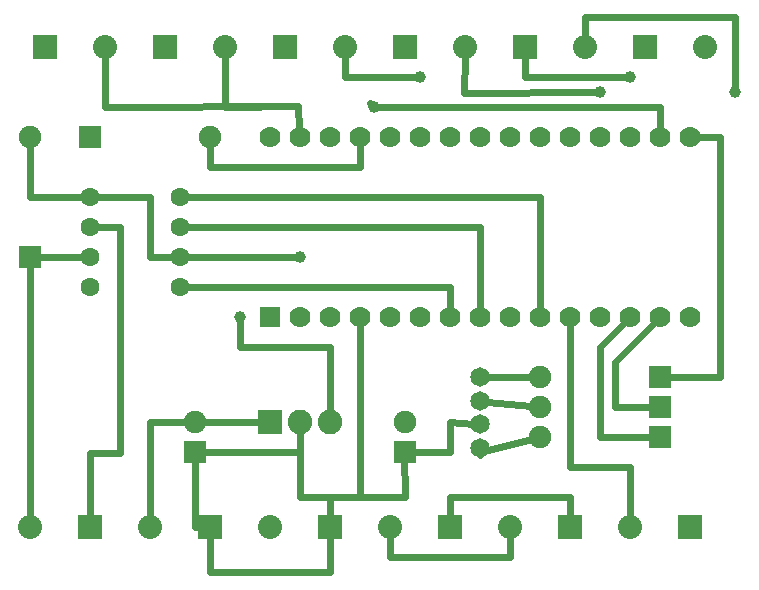
<source format=gbl>
G04 MADE WITH FRITZING*
G04 WWW.FRITZING.ORG*
G04 DOUBLE SIDED*
G04 HOLES PLATED*
G04 CONTOUR ON CENTER OF CONTOUR VECTOR*
%ASAXBY*%
%FSLAX23Y23*%
%MOIN*%
%OFA0B0*%
%SFA1.0B1.0*%
%ADD10C,0.070000*%
%ADD11C,0.063000*%
%ADD12C,0.075000*%
%ADD13C,0.080000*%
%ADD14C,0.082000*%
%ADD15C,0.065000*%
%ADD16C,0.039370*%
%ADD17R,0.070000X0.069972*%
%ADD18R,0.075000X0.075000*%
%ADD19R,0.080000X0.080000*%
%ADD20R,0.082000X0.082000*%
%ADD21C,0.024000*%
%LNCOPPER0*%
G90*
G70*
G54D10*
X1006Y1150D03*
X1106Y1150D03*
X1206Y1150D03*
X1306Y1150D03*
X1406Y1150D03*
X1506Y1150D03*
X1606Y1150D03*
X1706Y1150D03*
X1806Y1150D03*
X1906Y1150D03*
X2006Y1150D03*
X2106Y1150D03*
X2206Y1150D03*
X2306Y1150D03*
X2406Y1150D03*
X1006Y1750D03*
X1106Y1750D03*
X1206Y1750D03*
X1306Y1750D03*
X1406Y1750D03*
X1506Y1750D03*
X1606Y1750D03*
X1706Y1750D03*
X1806Y1750D03*
X1906Y1750D03*
X2006Y1750D03*
X2106Y1750D03*
X2206Y1750D03*
X2306Y1750D03*
X2406Y1750D03*
G54D11*
X706Y1250D03*
X706Y1350D03*
X706Y1450D03*
X706Y1550D03*
X406Y1550D03*
X406Y1450D03*
X406Y1350D03*
X406Y1250D03*
G54D12*
X206Y1350D03*
X206Y1750D03*
X406Y1750D03*
X806Y1750D03*
G54D13*
X1606Y450D03*
X1406Y450D03*
X1206Y450D03*
X1006Y450D03*
X406Y450D03*
X206Y450D03*
X656Y2050D03*
X856Y2050D03*
X2256Y2050D03*
X2456Y2050D03*
X1856Y2050D03*
X2056Y2050D03*
X256Y2050D03*
X456Y2050D03*
X1456Y2050D03*
X1656Y2050D03*
X1056Y2050D03*
X1256Y2050D03*
X806Y450D03*
X606Y450D03*
X2406Y450D03*
X2206Y450D03*
X2006Y450D03*
X1806Y450D03*
G54D14*
X1006Y800D03*
X1106Y800D03*
X1206Y800D03*
G54D12*
X1456Y700D03*
X1456Y800D03*
X756Y700D03*
X756Y800D03*
G54D15*
X1706Y714D03*
X1706Y793D03*
X1706Y872D03*
X1706Y950D03*
G54D16*
X1106Y1350D03*
X906Y1150D03*
G54D12*
X2306Y750D03*
X1906Y750D03*
X2306Y850D03*
X1906Y850D03*
X2306Y950D03*
X1906Y950D03*
G54D16*
X2557Y1902D03*
X1354Y1850D03*
X2106Y1902D03*
X2206Y1950D03*
X1506Y1950D03*
G54D17*
X1006Y1150D03*
G54D18*
X206Y1350D03*
X406Y1750D03*
G54D19*
X1606Y450D03*
X1206Y450D03*
X406Y450D03*
X656Y2050D03*
X2256Y2050D03*
X1856Y2050D03*
X256Y2050D03*
X1456Y2050D03*
X1056Y2050D03*
X806Y450D03*
X2406Y450D03*
X2006Y450D03*
G54D20*
X1006Y800D03*
G54D18*
X1456Y700D03*
X756Y700D03*
X2306Y750D03*
X2306Y850D03*
X2306Y950D03*
G54D21*
X1106Y700D02*
X784Y700D01*
D02*
X1106Y768D02*
X1106Y700D01*
D02*
X756Y450D02*
X756Y672D01*
D02*
X774Y450D02*
X756Y450D01*
D02*
X606Y800D02*
X606Y481D01*
D02*
X727Y800D02*
X606Y800D01*
D02*
X973Y800D02*
X784Y800D01*
D02*
X1206Y300D02*
X806Y300D01*
D02*
X806Y300D02*
X806Y419D01*
D02*
X1206Y419D02*
X1206Y300D01*
D02*
X1606Y481D02*
X1606Y550D01*
D02*
X2006Y550D02*
X2006Y481D01*
D02*
X1606Y550D02*
X2006Y550D01*
D02*
X1406Y419D02*
X1406Y350D01*
D02*
X1406Y350D02*
X1806Y350D01*
D02*
X1806Y350D02*
X1806Y419D01*
D02*
X378Y1350D02*
X234Y1350D01*
D02*
X206Y481D02*
X206Y1322D01*
D02*
X1906Y1179D02*
X1906Y1550D01*
D02*
X1906Y1550D02*
X733Y1550D01*
D02*
X678Y1350D02*
X606Y1350D01*
D02*
X606Y1550D02*
X433Y1550D01*
D02*
X606Y1350D02*
X606Y1550D01*
D02*
X1306Y1650D02*
X806Y1650D01*
D02*
X806Y1650D02*
X806Y1722D01*
D02*
X1306Y1721D02*
X1306Y1650D01*
D02*
X1087Y1350D02*
X733Y1350D01*
D02*
X1306Y550D02*
X1306Y1121D01*
D02*
X1457Y550D02*
X1454Y698D01*
D02*
X1306Y550D02*
X1457Y550D01*
D02*
X1454Y698D02*
X1435Y680D01*
D02*
X1206Y550D02*
X1306Y550D01*
D02*
X1206Y550D02*
X1206Y481D01*
D02*
X1106Y550D02*
X1206Y550D01*
D02*
X1106Y768D02*
X1106Y550D01*
D02*
X506Y698D02*
X506Y1450D01*
D02*
X506Y1450D02*
X433Y1450D01*
D02*
X406Y698D02*
X506Y698D01*
D02*
X406Y481D02*
X406Y698D01*
D02*
X206Y1550D02*
X378Y1550D01*
D02*
X206Y1722D02*
X206Y1550D01*
D02*
X906Y1050D02*
X1206Y1050D01*
D02*
X1206Y1050D02*
X1206Y832D01*
D02*
X906Y1131D02*
X906Y1050D01*
D02*
X2006Y650D02*
X2206Y650D01*
D02*
X2006Y1121D02*
X2006Y950D01*
D02*
X2006Y950D02*
X2006Y650D01*
D02*
X2206Y650D02*
X2206Y481D01*
D02*
X1606Y1250D02*
X733Y1250D01*
D02*
X1606Y1179D02*
X1606Y1250D01*
D02*
X1706Y1450D02*
X733Y1450D01*
D02*
X1706Y1179D02*
X1706Y1450D01*
D02*
X456Y1850D02*
X456Y2019D01*
D02*
X1100Y1856D02*
X456Y1850D01*
D02*
X1104Y1779D02*
X1100Y1856D01*
D02*
X1100Y1856D02*
X856Y1850D01*
D02*
X856Y1850D02*
X856Y2019D01*
D02*
X2056Y2081D02*
X2056Y2150D01*
D02*
X2556Y2150D02*
X2557Y1921D01*
D02*
X2056Y2150D02*
X2556Y2150D01*
D02*
X1354Y1850D02*
X2306Y1850D01*
D02*
X2306Y1850D02*
X2306Y1779D01*
D02*
X1340Y1864D02*
X1354Y1850D01*
D02*
X2087Y1902D02*
X1654Y1898D01*
D02*
X1654Y1898D02*
X1655Y2019D01*
D02*
X2187Y1950D02*
X1856Y1950D01*
D02*
X1856Y1950D02*
X1856Y2019D01*
D02*
X1257Y1950D02*
X1256Y2019D01*
D02*
X1487Y1950D02*
X1257Y1950D01*
D02*
X1706Y700D02*
X1878Y743D01*
D02*
X1706Y691D02*
X1706Y700D01*
D02*
X1606Y800D02*
X1682Y795D01*
D02*
X1606Y700D02*
X1606Y800D01*
D02*
X1484Y700D02*
X1606Y700D01*
D02*
X1729Y950D02*
X1877Y950D01*
D02*
X1877Y853D02*
X1729Y869D01*
D02*
X2106Y1050D02*
X2185Y1130D01*
D02*
X2106Y750D02*
X2106Y1050D01*
D02*
X2277Y750D02*
X2106Y750D01*
D02*
X2506Y1750D02*
X2435Y1750D01*
D02*
X2506Y950D02*
X2506Y1750D01*
D02*
X2334Y950D02*
X2506Y950D01*
D02*
X2156Y1000D02*
X2285Y1130D01*
D02*
X2156Y850D02*
X2156Y1000D01*
D02*
X2277Y850D02*
X2156Y850D01*
G04 End of Copper0*
M02*
</source>
